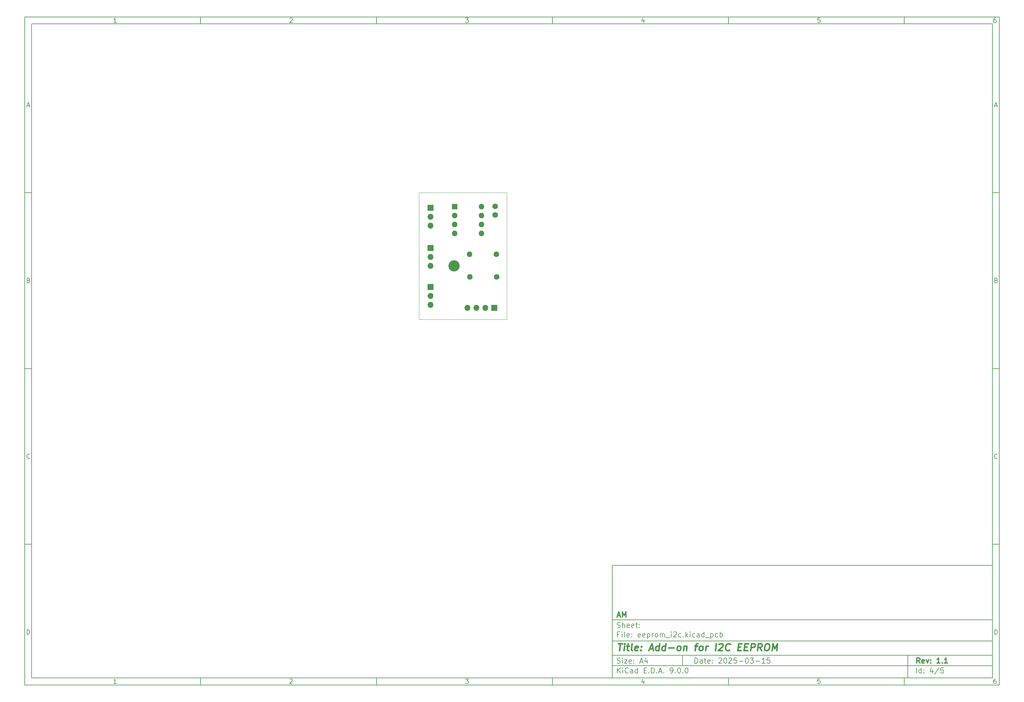
<source format=gbr>
G04 #@! TF.GenerationSoftware,KiCad,Pcbnew,9.0.0*
G04 #@! TF.CreationDate,2025-03-16T17:28:05+01:00*
G04 #@! TF.ProjectId,eeprom_i2c,65657072-6f6d-45f6-9932-632e6b696361,1.1*
G04 #@! TF.SameCoordinates,PX7459280PY5b8d800*
G04 #@! TF.FileFunction,Soldermask,Top*
G04 #@! TF.FilePolarity,Negative*
%FSLAX46Y46*%
G04 Gerber Fmt 4.6, Leading zero omitted, Abs format (unit mm)*
G04 Created by KiCad (PCBNEW 9.0.0) date 2025-03-16 17:28:05*
%MOMM*%
%LPD*%
G01*
G04 APERTURE LIST*
%ADD10C,0.100000*%
%ADD11C,0.150000*%
%ADD12C,0.300000*%
%ADD13C,0.400000*%
%ADD14C,1.600000*%
%ADD15O,1.600000X1.600000*%
%ADD16R,1.700000X1.700000*%
%ADD17O,1.700000X1.700000*%
%ADD18C,3.200000*%
%ADD19R,1.600000X1.600000*%
G04 #@! TA.AperFunction,Profile*
%ADD20C,0.050000*%
G04 #@! TD*
G04 APERTURE END LIST*
D10*
D11*
X55002200Y-70007200D02*
X163002200Y-70007200D01*
X163002200Y-102007200D01*
X55002200Y-102007200D01*
X55002200Y-70007200D01*
D10*
D11*
X-112000000Y86000000D02*
X165002200Y86000000D01*
X165002200Y-104007200D01*
X-112000000Y-104007200D01*
X-112000000Y86000000D01*
D10*
D11*
X-110000000Y84000000D02*
X163002200Y84000000D01*
X163002200Y-102007200D01*
X-110000000Y-102007200D01*
X-110000000Y84000000D01*
D10*
D11*
X-62000000Y84000000D02*
X-62000000Y86000000D01*
D10*
D11*
X-12000000Y84000000D02*
X-12000000Y86000000D01*
D10*
D11*
X38000000Y84000000D02*
X38000000Y86000000D01*
D10*
D11*
X88000000Y84000000D02*
X88000000Y86000000D01*
D10*
D11*
X138000000Y84000000D02*
X138000000Y86000000D01*
D10*
D11*
X-85910840Y84406396D02*
X-86653697Y84406396D01*
X-86282269Y84406396D02*
X-86282269Y85706396D01*
X-86282269Y85706396D02*
X-86406078Y85520681D01*
X-86406078Y85520681D02*
X-86529888Y85396872D01*
X-86529888Y85396872D02*
X-86653697Y85334967D01*
D10*
D11*
X-36653697Y85582586D02*
X-36591793Y85644491D01*
X-36591793Y85644491D02*
X-36467983Y85706396D01*
X-36467983Y85706396D02*
X-36158459Y85706396D01*
X-36158459Y85706396D02*
X-36034650Y85644491D01*
X-36034650Y85644491D02*
X-35972745Y85582586D01*
X-35972745Y85582586D02*
X-35910840Y85458777D01*
X-35910840Y85458777D02*
X-35910840Y85334967D01*
X-35910840Y85334967D02*
X-35972745Y85149253D01*
X-35972745Y85149253D02*
X-36715602Y84406396D01*
X-36715602Y84406396D02*
X-35910840Y84406396D01*
D10*
D11*
X13284398Y85706396D02*
X14089160Y85706396D01*
X14089160Y85706396D02*
X13655826Y85211158D01*
X13655826Y85211158D02*
X13841541Y85211158D01*
X13841541Y85211158D02*
X13965350Y85149253D01*
X13965350Y85149253D02*
X14027255Y85087348D01*
X14027255Y85087348D02*
X14089160Y84963539D01*
X14089160Y84963539D02*
X14089160Y84654015D01*
X14089160Y84654015D02*
X14027255Y84530205D01*
X14027255Y84530205D02*
X13965350Y84468300D01*
X13965350Y84468300D02*
X13841541Y84406396D01*
X13841541Y84406396D02*
X13470112Y84406396D01*
X13470112Y84406396D02*
X13346303Y84468300D01*
X13346303Y84468300D02*
X13284398Y84530205D01*
D10*
D11*
X63965350Y85273062D02*
X63965350Y84406396D01*
X63655826Y85768300D02*
X63346303Y84839729D01*
X63346303Y84839729D02*
X64151064Y84839729D01*
D10*
D11*
X114027255Y85706396D02*
X113408207Y85706396D01*
X113408207Y85706396D02*
X113346303Y85087348D01*
X113346303Y85087348D02*
X113408207Y85149253D01*
X113408207Y85149253D02*
X113532017Y85211158D01*
X113532017Y85211158D02*
X113841541Y85211158D01*
X113841541Y85211158D02*
X113965350Y85149253D01*
X113965350Y85149253D02*
X114027255Y85087348D01*
X114027255Y85087348D02*
X114089160Y84963539D01*
X114089160Y84963539D02*
X114089160Y84654015D01*
X114089160Y84654015D02*
X114027255Y84530205D01*
X114027255Y84530205D02*
X113965350Y84468300D01*
X113965350Y84468300D02*
X113841541Y84406396D01*
X113841541Y84406396D02*
X113532017Y84406396D01*
X113532017Y84406396D02*
X113408207Y84468300D01*
X113408207Y84468300D02*
X113346303Y84530205D01*
D10*
D11*
X163965350Y85706396D02*
X163717731Y85706396D01*
X163717731Y85706396D02*
X163593922Y85644491D01*
X163593922Y85644491D02*
X163532017Y85582586D01*
X163532017Y85582586D02*
X163408207Y85396872D01*
X163408207Y85396872D02*
X163346303Y85149253D01*
X163346303Y85149253D02*
X163346303Y84654015D01*
X163346303Y84654015D02*
X163408207Y84530205D01*
X163408207Y84530205D02*
X163470112Y84468300D01*
X163470112Y84468300D02*
X163593922Y84406396D01*
X163593922Y84406396D02*
X163841541Y84406396D01*
X163841541Y84406396D02*
X163965350Y84468300D01*
X163965350Y84468300D02*
X164027255Y84530205D01*
X164027255Y84530205D02*
X164089160Y84654015D01*
X164089160Y84654015D02*
X164089160Y84963539D01*
X164089160Y84963539D02*
X164027255Y85087348D01*
X164027255Y85087348D02*
X163965350Y85149253D01*
X163965350Y85149253D02*
X163841541Y85211158D01*
X163841541Y85211158D02*
X163593922Y85211158D01*
X163593922Y85211158D02*
X163470112Y85149253D01*
X163470112Y85149253D02*
X163408207Y85087348D01*
X163408207Y85087348D02*
X163346303Y84963539D01*
D10*
D11*
X-62000000Y-102007200D02*
X-62000000Y-104007200D01*
D10*
D11*
X-12000000Y-102007200D02*
X-12000000Y-104007200D01*
D10*
D11*
X38000000Y-102007200D02*
X38000000Y-104007200D01*
D10*
D11*
X88000000Y-102007200D02*
X88000000Y-104007200D01*
D10*
D11*
X138000000Y-102007200D02*
X138000000Y-104007200D01*
D10*
D11*
X-85910840Y-103600804D02*
X-86653697Y-103600804D01*
X-86282269Y-103600804D02*
X-86282269Y-102300804D01*
X-86282269Y-102300804D02*
X-86406078Y-102486519D01*
X-86406078Y-102486519D02*
X-86529888Y-102610328D01*
X-86529888Y-102610328D02*
X-86653697Y-102672233D01*
D10*
D11*
X-36653697Y-102424614D02*
X-36591793Y-102362709D01*
X-36591793Y-102362709D02*
X-36467983Y-102300804D01*
X-36467983Y-102300804D02*
X-36158459Y-102300804D01*
X-36158459Y-102300804D02*
X-36034650Y-102362709D01*
X-36034650Y-102362709D02*
X-35972745Y-102424614D01*
X-35972745Y-102424614D02*
X-35910840Y-102548423D01*
X-35910840Y-102548423D02*
X-35910840Y-102672233D01*
X-35910840Y-102672233D02*
X-35972745Y-102857947D01*
X-35972745Y-102857947D02*
X-36715602Y-103600804D01*
X-36715602Y-103600804D02*
X-35910840Y-103600804D01*
D10*
D11*
X13284398Y-102300804D02*
X14089160Y-102300804D01*
X14089160Y-102300804D02*
X13655826Y-102796042D01*
X13655826Y-102796042D02*
X13841541Y-102796042D01*
X13841541Y-102796042D02*
X13965350Y-102857947D01*
X13965350Y-102857947D02*
X14027255Y-102919852D01*
X14027255Y-102919852D02*
X14089160Y-103043661D01*
X14089160Y-103043661D02*
X14089160Y-103353185D01*
X14089160Y-103353185D02*
X14027255Y-103476995D01*
X14027255Y-103476995D02*
X13965350Y-103538900D01*
X13965350Y-103538900D02*
X13841541Y-103600804D01*
X13841541Y-103600804D02*
X13470112Y-103600804D01*
X13470112Y-103600804D02*
X13346303Y-103538900D01*
X13346303Y-103538900D02*
X13284398Y-103476995D01*
D10*
D11*
X63965350Y-102734138D02*
X63965350Y-103600804D01*
X63655826Y-102238900D02*
X63346303Y-103167471D01*
X63346303Y-103167471D02*
X64151064Y-103167471D01*
D10*
D11*
X114027255Y-102300804D02*
X113408207Y-102300804D01*
X113408207Y-102300804D02*
X113346303Y-102919852D01*
X113346303Y-102919852D02*
X113408207Y-102857947D01*
X113408207Y-102857947D02*
X113532017Y-102796042D01*
X113532017Y-102796042D02*
X113841541Y-102796042D01*
X113841541Y-102796042D02*
X113965350Y-102857947D01*
X113965350Y-102857947D02*
X114027255Y-102919852D01*
X114027255Y-102919852D02*
X114089160Y-103043661D01*
X114089160Y-103043661D02*
X114089160Y-103353185D01*
X114089160Y-103353185D02*
X114027255Y-103476995D01*
X114027255Y-103476995D02*
X113965350Y-103538900D01*
X113965350Y-103538900D02*
X113841541Y-103600804D01*
X113841541Y-103600804D02*
X113532017Y-103600804D01*
X113532017Y-103600804D02*
X113408207Y-103538900D01*
X113408207Y-103538900D02*
X113346303Y-103476995D01*
D10*
D11*
X163965350Y-102300804D02*
X163717731Y-102300804D01*
X163717731Y-102300804D02*
X163593922Y-102362709D01*
X163593922Y-102362709D02*
X163532017Y-102424614D01*
X163532017Y-102424614D02*
X163408207Y-102610328D01*
X163408207Y-102610328D02*
X163346303Y-102857947D01*
X163346303Y-102857947D02*
X163346303Y-103353185D01*
X163346303Y-103353185D02*
X163408207Y-103476995D01*
X163408207Y-103476995D02*
X163470112Y-103538900D01*
X163470112Y-103538900D02*
X163593922Y-103600804D01*
X163593922Y-103600804D02*
X163841541Y-103600804D01*
X163841541Y-103600804D02*
X163965350Y-103538900D01*
X163965350Y-103538900D02*
X164027255Y-103476995D01*
X164027255Y-103476995D02*
X164089160Y-103353185D01*
X164089160Y-103353185D02*
X164089160Y-103043661D01*
X164089160Y-103043661D02*
X164027255Y-102919852D01*
X164027255Y-102919852D02*
X163965350Y-102857947D01*
X163965350Y-102857947D02*
X163841541Y-102796042D01*
X163841541Y-102796042D02*
X163593922Y-102796042D01*
X163593922Y-102796042D02*
X163470112Y-102857947D01*
X163470112Y-102857947D02*
X163408207Y-102919852D01*
X163408207Y-102919852D02*
X163346303Y-103043661D01*
D10*
D11*
X-112000000Y36000000D02*
X-110000000Y36000000D01*
D10*
D11*
X-112000000Y-14000000D02*
X-110000000Y-14000000D01*
D10*
D11*
X-112000000Y-64000000D02*
X-110000000Y-64000000D01*
D10*
D11*
X-111309524Y60777824D02*
X-110690477Y60777824D01*
X-111433334Y60406396D02*
X-111000001Y61706396D01*
X-111000001Y61706396D02*
X-110566667Y60406396D01*
D10*
D11*
X-110907143Y11087348D02*
X-110721429Y11025443D01*
X-110721429Y11025443D02*
X-110659524Y10963539D01*
X-110659524Y10963539D02*
X-110597620Y10839729D01*
X-110597620Y10839729D02*
X-110597620Y10654015D01*
X-110597620Y10654015D02*
X-110659524Y10530205D01*
X-110659524Y10530205D02*
X-110721429Y10468300D01*
X-110721429Y10468300D02*
X-110845239Y10406396D01*
X-110845239Y10406396D02*
X-111340477Y10406396D01*
X-111340477Y10406396D02*
X-111340477Y11706396D01*
X-111340477Y11706396D02*
X-110907143Y11706396D01*
X-110907143Y11706396D02*
X-110783334Y11644491D01*
X-110783334Y11644491D02*
X-110721429Y11582586D01*
X-110721429Y11582586D02*
X-110659524Y11458777D01*
X-110659524Y11458777D02*
X-110659524Y11334967D01*
X-110659524Y11334967D02*
X-110721429Y11211158D01*
X-110721429Y11211158D02*
X-110783334Y11149253D01*
X-110783334Y11149253D02*
X-110907143Y11087348D01*
X-110907143Y11087348D02*
X-111340477Y11087348D01*
D10*
D11*
X-110597620Y-39469795D02*
X-110659524Y-39531700D01*
X-110659524Y-39531700D02*
X-110845239Y-39593604D01*
X-110845239Y-39593604D02*
X-110969048Y-39593604D01*
X-110969048Y-39593604D02*
X-111154762Y-39531700D01*
X-111154762Y-39531700D02*
X-111278572Y-39407890D01*
X-111278572Y-39407890D02*
X-111340477Y-39284080D01*
X-111340477Y-39284080D02*
X-111402381Y-39036461D01*
X-111402381Y-39036461D02*
X-111402381Y-38850747D01*
X-111402381Y-38850747D02*
X-111340477Y-38603128D01*
X-111340477Y-38603128D02*
X-111278572Y-38479319D01*
X-111278572Y-38479319D02*
X-111154762Y-38355509D01*
X-111154762Y-38355509D02*
X-110969048Y-38293604D01*
X-110969048Y-38293604D02*
X-110845239Y-38293604D01*
X-110845239Y-38293604D02*
X-110659524Y-38355509D01*
X-110659524Y-38355509D02*
X-110597620Y-38417414D01*
D10*
D11*
X-111340477Y-89593604D02*
X-111340477Y-88293604D01*
X-111340477Y-88293604D02*
X-111030953Y-88293604D01*
X-111030953Y-88293604D02*
X-110845239Y-88355509D01*
X-110845239Y-88355509D02*
X-110721429Y-88479319D01*
X-110721429Y-88479319D02*
X-110659524Y-88603128D01*
X-110659524Y-88603128D02*
X-110597620Y-88850747D01*
X-110597620Y-88850747D02*
X-110597620Y-89036461D01*
X-110597620Y-89036461D02*
X-110659524Y-89284080D01*
X-110659524Y-89284080D02*
X-110721429Y-89407890D01*
X-110721429Y-89407890D02*
X-110845239Y-89531700D01*
X-110845239Y-89531700D02*
X-111030953Y-89593604D01*
X-111030953Y-89593604D02*
X-111340477Y-89593604D01*
D10*
D11*
X165002200Y36000000D02*
X163002200Y36000000D01*
D10*
D11*
X165002200Y-14000000D02*
X163002200Y-14000000D01*
D10*
D11*
X165002200Y-64000000D02*
X163002200Y-64000000D01*
D10*
D11*
X163692676Y60777824D02*
X164311723Y60777824D01*
X163568866Y60406396D02*
X164002199Y61706396D01*
X164002199Y61706396D02*
X164435533Y60406396D01*
D10*
D11*
X164095057Y11087348D02*
X164280771Y11025443D01*
X164280771Y11025443D02*
X164342676Y10963539D01*
X164342676Y10963539D02*
X164404580Y10839729D01*
X164404580Y10839729D02*
X164404580Y10654015D01*
X164404580Y10654015D02*
X164342676Y10530205D01*
X164342676Y10530205D02*
X164280771Y10468300D01*
X164280771Y10468300D02*
X164156961Y10406396D01*
X164156961Y10406396D02*
X163661723Y10406396D01*
X163661723Y10406396D02*
X163661723Y11706396D01*
X163661723Y11706396D02*
X164095057Y11706396D01*
X164095057Y11706396D02*
X164218866Y11644491D01*
X164218866Y11644491D02*
X164280771Y11582586D01*
X164280771Y11582586D02*
X164342676Y11458777D01*
X164342676Y11458777D02*
X164342676Y11334967D01*
X164342676Y11334967D02*
X164280771Y11211158D01*
X164280771Y11211158D02*
X164218866Y11149253D01*
X164218866Y11149253D02*
X164095057Y11087348D01*
X164095057Y11087348D02*
X163661723Y11087348D01*
D10*
D11*
X164404580Y-39469795D02*
X164342676Y-39531700D01*
X164342676Y-39531700D02*
X164156961Y-39593604D01*
X164156961Y-39593604D02*
X164033152Y-39593604D01*
X164033152Y-39593604D02*
X163847438Y-39531700D01*
X163847438Y-39531700D02*
X163723628Y-39407890D01*
X163723628Y-39407890D02*
X163661723Y-39284080D01*
X163661723Y-39284080D02*
X163599819Y-39036461D01*
X163599819Y-39036461D02*
X163599819Y-38850747D01*
X163599819Y-38850747D02*
X163661723Y-38603128D01*
X163661723Y-38603128D02*
X163723628Y-38479319D01*
X163723628Y-38479319D02*
X163847438Y-38355509D01*
X163847438Y-38355509D02*
X164033152Y-38293604D01*
X164033152Y-38293604D02*
X164156961Y-38293604D01*
X164156961Y-38293604D02*
X164342676Y-38355509D01*
X164342676Y-38355509D02*
X164404580Y-38417414D01*
D10*
D11*
X163661723Y-89593604D02*
X163661723Y-88293604D01*
X163661723Y-88293604D02*
X163971247Y-88293604D01*
X163971247Y-88293604D02*
X164156961Y-88355509D01*
X164156961Y-88355509D02*
X164280771Y-88479319D01*
X164280771Y-88479319D02*
X164342676Y-88603128D01*
X164342676Y-88603128D02*
X164404580Y-88850747D01*
X164404580Y-88850747D02*
X164404580Y-89036461D01*
X164404580Y-89036461D02*
X164342676Y-89284080D01*
X164342676Y-89284080D02*
X164280771Y-89407890D01*
X164280771Y-89407890D02*
X164156961Y-89531700D01*
X164156961Y-89531700D02*
X163971247Y-89593604D01*
X163971247Y-89593604D02*
X163661723Y-89593604D01*
D10*
D11*
X78458026Y-97793328D02*
X78458026Y-96293328D01*
X78458026Y-96293328D02*
X78815169Y-96293328D01*
X78815169Y-96293328D02*
X79029455Y-96364757D01*
X79029455Y-96364757D02*
X79172312Y-96507614D01*
X79172312Y-96507614D02*
X79243741Y-96650471D01*
X79243741Y-96650471D02*
X79315169Y-96936185D01*
X79315169Y-96936185D02*
X79315169Y-97150471D01*
X79315169Y-97150471D02*
X79243741Y-97436185D01*
X79243741Y-97436185D02*
X79172312Y-97579042D01*
X79172312Y-97579042D02*
X79029455Y-97721900D01*
X79029455Y-97721900D02*
X78815169Y-97793328D01*
X78815169Y-97793328D02*
X78458026Y-97793328D01*
X80600884Y-97793328D02*
X80600884Y-97007614D01*
X80600884Y-97007614D02*
X80529455Y-96864757D01*
X80529455Y-96864757D02*
X80386598Y-96793328D01*
X80386598Y-96793328D02*
X80100884Y-96793328D01*
X80100884Y-96793328D02*
X79958026Y-96864757D01*
X80600884Y-97721900D02*
X80458026Y-97793328D01*
X80458026Y-97793328D02*
X80100884Y-97793328D01*
X80100884Y-97793328D02*
X79958026Y-97721900D01*
X79958026Y-97721900D02*
X79886598Y-97579042D01*
X79886598Y-97579042D02*
X79886598Y-97436185D01*
X79886598Y-97436185D02*
X79958026Y-97293328D01*
X79958026Y-97293328D02*
X80100884Y-97221900D01*
X80100884Y-97221900D02*
X80458026Y-97221900D01*
X80458026Y-97221900D02*
X80600884Y-97150471D01*
X81100884Y-96793328D02*
X81672312Y-96793328D01*
X81315169Y-96293328D02*
X81315169Y-97579042D01*
X81315169Y-97579042D02*
X81386598Y-97721900D01*
X81386598Y-97721900D02*
X81529455Y-97793328D01*
X81529455Y-97793328D02*
X81672312Y-97793328D01*
X82743741Y-97721900D02*
X82600884Y-97793328D01*
X82600884Y-97793328D02*
X82315170Y-97793328D01*
X82315170Y-97793328D02*
X82172312Y-97721900D01*
X82172312Y-97721900D02*
X82100884Y-97579042D01*
X82100884Y-97579042D02*
X82100884Y-97007614D01*
X82100884Y-97007614D02*
X82172312Y-96864757D01*
X82172312Y-96864757D02*
X82315170Y-96793328D01*
X82315170Y-96793328D02*
X82600884Y-96793328D01*
X82600884Y-96793328D02*
X82743741Y-96864757D01*
X82743741Y-96864757D02*
X82815170Y-97007614D01*
X82815170Y-97007614D02*
X82815170Y-97150471D01*
X82815170Y-97150471D02*
X82100884Y-97293328D01*
X83458026Y-97650471D02*
X83529455Y-97721900D01*
X83529455Y-97721900D02*
X83458026Y-97793328D01*
X83458026Y-97793328D02*
X83386598Y-97721900D01*
X83386598Y-97721900D02*
X83458026Y-97650471D01*
X83458026Y-97650471D02*
X83458026Y-97793328D01*
X83458026Y-96864757D02*
X83529455Y-96936185D01*
X83529455Y-96936185D02*
X83458026Y-97007614D01*
X83458026Y-97007614D02*
X83386598Y-96936185D01*
X83386598Y-96936185D02*
X83458026Y-96864757D01*
X83458026Y-96864757D02*
X83458026Y-97007614D01*
X85243741Y-96436185D02*
X85315169Y-96364757D01*
X85315169Y-96364757D02*
X85458027Y-96293328D01*
X85458027Y-96293328D02*
X85815169Y-96293328D01*
X85815169Y-96293328D02*
X85958027Y-96364757D01*
X85958027Y-96364757D02*
X86029455Y-96436185D01*
X86029455Y-96436185D02*
X86100884Y-96579042D01*
X86100884Y-96579042D02*
X86100884Y-96721900D01*
X86100884Y-96721900D02*
X86029455Y-96936185D01*
X86029455Y-96936185D02*
X85172312Y-97793328D01*
X85172312Y-97793328D02*
X86100884Y-97793328D01*
X87029455Y-96293328D02*
X87172312Y-96293328D01*
X87172312Y-96293328D02*
X87315169Y-96364757D01*
X87315169Y-96364757D02*
X87386598Y-96436185D01*
X87386598Y-96436185D02*
X87458026Y-96579042D01*
X87458026Y-96579042D02*
X87529455Y-96864757D01*
X87529455Y-96864757D02*
X87529455Y-97221900D01*
X87529455Y-97221900D02*
X87458026Y-97507614D01*
X87458026Y-97507614D02*
X87386598Y-97650471D01*
X87386598Y-97650471D02*
X87315169Y-97721900D01*
X87315169Y-97721900D02*
X87172312Y-97793328D01*
X87172312Y-97793328D02*
X87029455Y-97793328D01*
X87029455Y-97793328D02*
X86886598Y-97721900D01*
X86886598Y-97721900D02*
X86815169Y-97650471D01*
X86815169Y-97650471D02*
X86743740Y-97507614D01*
X86743740Y-97507614D02*
X86672312Y-97221900D01*
X86672312Y-97221900D02*
X86672312Y-96864757D01*
X86672312Y-96864757D02*
X86743740Y-96579042D01*
X86743740Y-96579042D02*
X86815169Y-96436185D01*
X86815169Y-96436185D02*
X86886598Y-96364757D01*
X86886598Y-96364757D02*
X87029455Y-96293328D01*
X88100883Y-96436185D02*
X88172311Y-96364757D01*
X88172311Y-96364757D02*
X88315169Y-96293328D01*
X88315169Y-96293328D02*
X88672311Y-96293328D01*
X88672311Y-96293328D02*
X88815169Y-96364757D01*
X88815169Y-96364757D02*
X88886597Y-96436185D01*
X88886597Y-96436185D02*
X88958026Y-96579042D01*
X88958026Y-96579042D02*
X88958026Y-96721900D01*
X88958026Y-96721900D02*
X88886597Y-96936185D01*
X88886597Y-96936185D02*
X88029454Y-97793328D01*
X88029454Y-97793328D02*
X88958026Y-97793328D01*
X90315168Y-96293328D02*
X89600882Y-96293328D01*
X89600882Y-96293328D02*
X89529454Y-97007614D01*
X89529454Y-97007614D02*
X89600882Y-96936185D01*
X89600882Y-96936185D02*
X89743740Y-96864757D01*
X89743740Y-96864757D02*
X90100882Y-96864757D01*
X90100882Y-96864757D02*
X90243740Y-96936185D01*
X90243740Y-96936185D02*
X90315168Y-97007614D01*
X90315168Y-97007614D02*
X90386597Y-97150471D01*
X90386597Y-97150471D02*
X90386597Y-97507614D01*
X90386597Y-97507614D02*
X90315168Y-97650471D01*
X90315168Y-97650471D02*
X90243740Y-97721900D01*
X90243740Y-97721900D02*
X90100882Y-97793328D01*
X90100882Y-97793328D02*
X89743740Y-97793328D01*
X89743740Y-97793328D02*
X89600882Y-97721900D01*
X89600882Y-97721900D02*
X89529454Y-97650471D01*
X91029453Y-97221900D02*
X92172311Y-97221900D01*
X93172311Y-96293328D02*
X93315168Y-96293328D01*
X93315168Y-96293328D02*
X93458025Y-96364757D01*
X93458025Y-96364757D02*
X93529454Y-96436185D01*
X93529454Y-96436185D02*
X93600882Y-96579042D01*
X93600882Y-96579042D02*
X93672311Y-96864757D01*
X93672311Y-96864757D02*
X93672311Y-97221900D01*
X93672311Y-97221900D02*
X93600882Y-97507614D01*
X93600882Y-97507614D02*
X93529454Y-97650471D01*
X93529454Y-97650471D02*
X93458025Y-97721900D01*
X93458025Y-97721900D02*
X93315168Y-97793328D01*
X93315168Y-97793328D02*
X93172311Y-97793328D01*
X93172311Y-97793328D02*
X93029454Y-97721900D01*
X93029454Y-97721900D02*
X92958025Y-97650471D01*
X92958025Y-97650471D02*
X92886596Y-97507614D01*
X92886596Y-97507614D02*
X92815168Y-97221900D01*
X92815168Y-97221900D02*
X92815168Y-96864757D01*
X92815168Y-96864757D02*
X92886596Y-96579042D01*
X92886596Y-96579042D02*
X92958025Y-96436185D01*
X92958025Y-96436185D02*
X93029454Y-96364757D01*
X93029454Y-96364757D02*
X93172311Y-96293328D01*
X94172310Y-96293328D02*
X95100882Y-96293328D01*
X95100882Y-96293328D02*
X94600882Y-96864757D01*
X94600882Y-96864757D02*
X94815167Y-96864757D01*
X94815167Y-96864757D02*
X94958025Y-96936185D01*
X94958025Y-96936185D02*
X95029453Y-97007614D01*
X95029453Y-97007614D02*
X95100882Y-97150471D01*
X95100882Y-97150471D02*
X95100882Y-97507614D01*
X95100882Y-97507614D02*
X95029453Y-97650471D01*
X95029453Y-97650471D02*
X94958025Y-97721900D01*
X94958025Y-97721900D02*
X94815167Y-97793328D01*
X94815167Y-97793328D02*
X94386596Y-97793328D01*
X94386596Y-97793328D02*
X94243739Y-97721900D01*
X94243739Y-97721900D02*
X94172310Y-97650471D01*
X95743738Y-97221900D02*
X96886596Y-97221900D01*
X98386596Y-97793328D02*
X97529453Y-97793328D01*
X97958024Y-97793328D02*
X97958024Y-96293328D01*
X97958024Y-96293328D02*
X97815167Y-96507614D01*
X97815167Y-96507614D02*
X97672310Y-96650471D01*
X97672310Y-96650471D02*
X97529453Y-96721900D01*
X99743738Y-96293328D02*
X99029452Y-96293328D01*
X99029452Y-96293328D02*
X98958024Y-97007614D01*
X98958024Y-97007614D02*
X99029452Y-96936185D01*
X99029452Y-96936185D02*
X99172310Y-96864757D01*
X99172310Y-96864757D02*
X99529452Y-96864757D01*
X99529452Y-96864757D02*
X99672310Y-96936185D01*
X99672310Y-96936185D02*
X99743738Y-97007614D01*
X99743738Y-97007614D02*
X99815167Y-97150471D01*
X99815167Y-97150471D02*
X99815167Y-97507614D01*
X99815167Y-97507614D02*
X99743738Y-97650471D01*
X99743738Y-97650471D02*
X99672310Y-97721900D01*
X99672310Y-97721900D02*
X99529452Y-97793328D01*
X99529452Y-97793328D02*
X99172310Y-97793328D01*
X99172310Y-97793328D02*
X99029452Y-97721900D01*
X99029452Y-97721900D02*
X98958024Y-97650471D01*
D10*
D11*
X55002200Y-98507200D02*
X163002200Y-98507200D01*
D10*
D11*
X56458026Y-100593328D02*
X56458026Y-99093328D01*
X57315169Y-100593328D02*
X56672312Y-99736185D01*
X57315169Y-99093328D02*
X56458026Y-99950471D01*
X57958026Y-100593328D02*
X57958026Y-99593328D01*
X57958026Y-99093328D02*
X57886598Y-99164757D01*
X57886598Y-99164757D02*
X57958026Y-99236185D01*
X57958026Y-99236185D02*
X58029455Y-99164757D01*
X58029455Y-99164757D02*
X57958026Y-99093328D01*
X57958026Y-99093328D02*
X57958026Y-99236185D01*
X59529455Y-100450471D02*
X59458027Y-100521900D01*
X59458027Y-100521900D02*
X59243741Y-100593328D01*
X59243741Y-100593328D02*
X59100884Y-100593328D01*
X59100884Y-100593328D02*
X58886598Y-100521900D01*
X58886598Y-100521900D02*
X58743741Y-100379042D01*
X58743741Y-100379042D02*
X58672312Y-100236185D01*
X58672312Y-100236185D02*
X58600884Y-99950471D01*
X58600884Y-99950471D02*
X58600884Y-99736185D01*
X58600884Y-99736185D02*
X58672312Y-99450471D01*
X58672312Y-99450471D02*
X58743741Y-99307614D01*
X58743741Y-99307614D02*
X58886598Y-99164757D01*
X58886598Y-99164757D02*
X59100884Y-99093328D01*
X59100884Y-99093328D02*
X59243741Y-99093328D01*
X59243741Y-99093328D02*
X59458027Y-99164757D01*
X59458027Y-99164757D02*
X59529455Y-99236185D01*
X60815170Y-100593328D02*
X60815170Y-99807614D01*
X60815170Y-99807614D02*
X60743741Y-99664757D01*
X60743741Y-99664757D02*
X60600884Y-99593328D01*
X60600884Y-99593328D02*
X60315170Y-99593328D01*
X60315170Y-99593328D02*
X60172312Y-99664757D01*
X60815170Y-100521900D02*
X60672312Y-100593328D01*
X60672312Y-100593328D02*
X60315170Y-100593328D01*
X60315170Y-100593328D02*
X60172312Y-100521900D01*
X60172312Y-100521900D02*
X60100884Y-100379042D01*
X60100884Y-100379042D02*
X60100884Y-100236185D01*
X60100884Y-100236185D02*
X60172312Y-100093328D01*
X60172312Y-100093328D02*
X60315170Y-100021900D01*
X60315170Y-100021900D02*
X60672312Y-100021900D01*
X60672312Y-100021900D02*
X60815170Y-99950471D01*
X62172313Y-100593328D02*
X62172313Y-99093328D01*
X62172313Y-100521900D02*
X62029455Y-100593328D01*
X62029455Y-100593328D02*
X61743741Y-100593328D01*
X61743741Y-100593328D02*
X61600884Y-100521900D01*
X61600884Y-100521900D02*
X61529455Y-100450471D01*
X61529455Y-100450471D02*
X61458027Y-100307614D01*
X61458027Y-100307614D02*
X61458027Y-99879042D01*
X61458027Y-99879042D02*
X61529455Y-99736185D01*
X61529455Y-99736185D02*
X61600884Y-99664757D01*
X61600884Y-99664757D02*
X61743741Y-99593328D01*
X61743741Y-99593328D02*
X62029455Y-99593328D01*
X62029455Y-99593328D02*
X62172313Y-99664757D01*
X64029455Y-99807614D02*
X64529455Y-99807614D01*
X64743741Y-100593328D02*
X64029455Y-100593328D01*
X64029455Y-100593328D02*
X64029455Y-99093328D01*
X64029455Y-99093328D02*
X64743741Y-99093328D01*
X65386598Y-100450471D02*
X65458027Y-100521900D01*
X65458027Y-100521900D02*
X65386598Y-100593328D01*
X65386598Y-100593328D02*
X65315170Y-100521900D01*
X65315170Y-100521900D02*
X65386598Y-100450471D01*
X65386598Y-100450471D02*
X65386598Y-100593328D01*
X66100884Y-100593328D02*
X66100884Y-99093328D01*
X66100884Y-99093328D02*
X66458027Y-99093328D01*
X66458027Y-99093328D02*
X66672313Y-99164757D01*
X66672313Y-99164757D02*
X66815170Y-99307614D01*
X66815170Y-99307614D02*
X66886599Y-99450471D01*
X66886599Y-99450471D02*
X66958027Y-99736185D01*
X66958027Y-99736185D02*
X66958027Y-99950471D01*
X66958027Y-99950471D02*
X66886599Y-100236185D01*
X66886599Y-100236185D02*
X66815170Y-100379042D01*
X66815170Y-100379042D02*
X66672313Y-100521900D01*
X66672313Y-100521900D02*
X66458027Y-100593328D01*
X66458027Y-100593328D02*
X66100884Y-100593328D01*
X67600884Y-100450471D02*
X67672313Y-100521900D01*
X67672313Y-100521900D02*
X67600884Y-100593328D01*
X67600884Y-100593328D02*
X67529456Y-100521900D01*
X67529456Y-100521900D02*
X67600884Y-100450471D01*
X67600884Y-100450471D02*
X67600884Y-100593328D01*
X68243742Y-100164757D02*
X68958028Y-100164757D01*
X68100885Y-100593328D02*
X68600885Y-99093328D01*
X68600885Y-99093328D02*
X69100885Y-100593328D01*
X69600884Y-100450471D02*
X69672313Y-100521900D01*
X69672313Y-100521900D02*
X69600884Y-100593328D01*
X69600884Y-100593328D02*
X69529456Y-100521900D01*
X69529456Y-100521900D02*
X69600884Y-100450471D01*
X69600884Y-100450471D02*
X69600884Y-100593328D01*
X71529456Y-100593328D02*
X71815170Y-100593328D01*
X71815170Y-100593328D02*
X71958027Y-100521900D01*
X71958027Y-100521900D02*
X72029456Y-100450471D01*
X72029456Y-100450471D02*
X72172313Y-100236185D01*
X72172313Y-100236185D02*
X72243742Y-99950471D01*
X72243742Y-99950471D02*
X72243742Y-99379042D01*
X72243742Y-99379042D02*
X72172313Y-99236185D01*
X72172313Y-99236185D02*
X72100885Y-99164757D01*
X72100885Y-99164757D02*
X71958027Y-99093328D01*
X71958027Y-99093328D02*
X71672313Y-99093328D01*
X71672313Y-99093328D02*
X71529456Y-99164757D01*
X71529456Y-99164757D02*
X71458027Y-99236185D01*
X71458027Y-99236185D02*
X71386599Y-99379042D01*
X71386599Y-99379042D02*
X71386599Y-99736185D01*
X71386599Y-99736185D02*
X71458027Y-99879042D01*
X71458027Y-99879042D02*
X71529456Y-99950471D01*
X71529456Y-99950471D02*
X71672313Y-100021900D01*
X71672313Y-100021900D02*
X71958027Y-100021900D01*
X71958027Y-100021900D02*
X72100885Y-99950471D01*
X72100885Y-99950471D02*
X72172313Y-99879042D01*
X72172313Y-99879042D02*
X72243742Y-99736185D01*
X72886598Y-100450471D02*
X72958027Y-100521900D01*
X72958027Y-100521900D02*
X72886598Y-100593328D01*
X72886598Y-100593328D02*
X72815170Y-100521900D01*
X72815170Y-100521900D02*
X72886598Y-100450471D01*
X72886598Y-100450471D02*
X72886598Y-100593328D01*
X73886599Y-99093328D02*
X74029456Y-99093328D01*
X74029456Y-99093328D02*
X74172313Y-99164757D01*
X74172313Y-99164757D02*
X74243742Y-99236185D01*
X74243742Y-99236185D02*
X74315170Y-99379042D01*
X74315170Y-99379042D02*
X74386599Y-99664757D01*
X74386599Y-99664757D02*
X74386599Y-100021900D01*
X74386599Y-100021900D02*
X74315170Y-100307614D01*
X74315170Y-100307614D02*
X74243742Y-100450471D01*
X74243742Y-100450471D02*
X74172313Y-100521900D01*
X74172313Y-100521900D02*
X74029456Y-100593328D01*
X74029456Y-100593328D02*
X73886599Y-100593328D01*
X73886599Y-100593328D02*
X73743742Y-100521900D01*
X73743742Y-100521900D02*
X73672313Y-100450471D01*
X73672313Y-100450471D02*
X73600884Y-100307614D01*
X73600884Y-100307614D02*
X73529456Y-100021900D01*
X73529456Y-100021900D02*
X73529456Y-99664757D01*
X73529456Y-99664757D02*
X73600884Y-99379042D01*
X73600884Y-99379042D02*
X73672313Y-99236185D01*
X73672313Y-99236185D02*
X73743742Y-99164757D01*
X73743742Y-99164757D02*
X73886599Y-99093328D01*
X75029455Y-100450471D02*
X75100884Y-100521900D01*
X75100884Y-100521900D02*
X75029455Y-100593328D01*
X75029455Y-100593328D02*
X74958027Y-100521900D01*
X74958027Y-100521900D02*
X75029455Y-100450471D01*
X75029455Y-100450471D02*
X75029455Y-100593328D01*
X76029456Y-99093328D02*
X76172313Y-99093328D01*
X76172313Y-99093328D02*
X76315170Y-99164757D01*
X76315170Y-99164757D02*
X76386599Y-99236185D01*
X76386599Y-99236185D02*
X76458027Y-99379042D01*
X76458027Y-99379042D02*
X76529456Y-99664757D01*
X76529456Y-99664757D02*
X76529456Y-100021900D01*
X76529456Y-100021900D02*
X76458027Y-100307614D01*
X76458027Y-100307614D02*
X76386599Y-100450471D01*
X76386599Y-100450471D02*
X76315170Y-100521900D01*
X76315170Y-100521900D02*
X76172313Y-100593328D01*
X76172313Y-100593328D02*
X76029456Y-100593328D01*
X76029456Y-100593328D02*
X75886599Y-100521900D01*
X75886599Y-100521900D02*
X75815170Y-100450471D01*
X75815170Y-100450471D02*
X75743741Y-100307614D01*
X75743741Y-100307614D02*
X75672313Y-100021900D01*
X75672313Y-100021900D02*
X75672313Y-99664757D01*
X75672313Y-99664757D02*
X75743741Y-99379042D01*
X75743741Y-99379042D02*
X75815170Y-99236185D01*
X75815170Y-99236185D02*
X75886599Y-99164757D01*
X75886599Y-99164757D02*
X76029456Y-99093328D01*
D10*
D11*
X55002200Y-95507200D02*
X163002200Y-95507200D01*
D10*
D12*
X142413853Y-97785528D02*
X141913853Y-97071242D01*
X141556710Y-97785528D02*
X141556710Y-96285528D01*
X141556710Y-96285528D02*
X142128139Y-96285528D01*
X142128139Y-96285528D02*
X142270996Y-96356957D01*
X142270996Y-96356957D02*
X142342425Y-96428385D01*
X142342425Y-96428385D02*
X142413853Y-96571242D01*
X142413853Y-96571242D02*
X142413853Y-96785528D01*
X142413853Y-96785528D02*
X142342425Y-96928385D01*
X142342425Y-96928385D02*
X142270996Y-96999814D01*
X142270996Y-96999814D02*
X142128139Y-97071242D01*
X142128139Y-97071242D02*
X141556710Y-97071242D01*
X143628139Y-97714100D02*
X143485282Y-97785528D01*
X143485282Y-97785528D02*
X143199568Y-97785528D01*
X143199568Y-97785528D02*
X143056710Y-97714100D01*
X143056710Y-97714100D02*
X142985282Y-97571242D01*
X142985282Y-97571242D02*
X142985282Y-96999814D01*
X142985282Y-96999814D02*
X143056710Y-96856957D01*
X143056710Y-96856957D02*
X143199568Y-96785528D01*
X143199568Y-96785528D02*
X143485282Y-96785528D01*
X143485282Y-96785528D02*
X143628139Y-96856957D01*
X143628139Y-96856957D02*
X143699568Y-96999814D01*
X143699568Y-96999814D02*
X143699568Y-97142671D01*
X143699568Y-97142671D02*
X142985282Y-97285528D01*
X144199567Y-96785528D02*
X144556710Y-97785528D01*
X144556710Y-97785528D02*
X144913853Y-96785528D01*
X145485281Y-97642671D02*
X145556710Y-97714100D01*
X145556710Y-97714100D02*
X145485281Y-97785528D01*
X145485281Y-97785528D02*
X145413853Y-97714100D01*
X145413853Y-97714100D02*
X145485281Y-97642671D01*
X145485281Y-97642671D02*
X145485281Y-97785528D01*
X145485281Y-96856957D02*
X145556710Y-96928385D01*
X145556710Y-96928385D02*
X145485281Y-96999814D01*
X145485281Y-96999814D02*
X145413853Y-96928385D01*
X145413853Y-96928385D02*
X145485281Y-96856957D01*
X145485281Y-96856957D02*
X145485281Y-96999814D01*
X148128139Y-97785528D02*
X147270996Y-97785528D01*
X147699567Y-97785528D02*
X147699567Y-96285528D01*
X147699567Y-96285528D02*
X147556710Y-96499814D01*
X147556710Y-96499814D02*
X147413853Y-96642671D01*
X147413853Y-96642671D02*
X147270996Y-96714100D01*
X148770995Y-97642671D02*
X148842424Y-97714100D01*
X148842424Y-97714100D02*
X148770995Y-97785528D01*
X148770995Y-97785528D02*
X148699567Y-97714100D01*
X148699567Y-97714100D02*
X148770995Y-97642671D01*
X148770995Y-97642671D02*
X148770995Y-97785528D01*
X150270996Y-97785528D02*
X149413853Y-97785528D01*
X149842424Y-97785528D02*
X149842424Y-96285528D01*
X149842424Y-96285528D02*
X149699567Y-96499814D01*
X149699567Y-96499814D02*
X149556710Y-96642671D01*
X149556710Y-96642671D02*
X149413853Y-96714100D01*
D10*
D11*
X56386598Y-97721900D02*
X56600884Y-97793328D01*
X56600884Y-97793328D02*
X56958026Y-97793328D01*
X56958026Y-97793328D02*
X57100884Y-97721900D01*
X57100884Y-97721900D02*
X57172312Y-97650471D01*
X57172312Y-97650471D02*
X57243741Y-97507614D01*
X57243741Y-97507614D02*
X57243741Y-97364757D01*
X57243741Y-97364757D02*
X57172312Y-97221900D01*
X57172312Y-97221900D02*
X57100884Y-97150471D01*
X57100884Y-97150471D02*
X56958026Y-97079042D01*
X56958026Y-97079042D02*
X56672312Y-97007614D01*
X56672312Y-97007614D02*
X56529455Y-96936185D01*
X56529455Y-96936185D02*
X56458026Y-96864757D01*
X56458026Y-96864757D02*
X56386598Y-96721900D01*
X56386598Y-96721900D02*
X56386598Y-96579042D01*
X56386598Y-96579042D02*
X56458026Y-96436185D01*
X56458026Y-96436185D02*
X56529455Y-96364757D01*
X56529455Y-96364757D02*
X56672312Y-96293328D01*
X56672312Y-96293328D02*
X57029455Y-96293328D01*
X57029455Y-96293328D02*
X57243741Y-96364757D01*
X57886597Y-97793328D02*
X57886597Y-96793328D01*
X57886597Y-96293328D02*
X57815169Y-96364757D01*
X57815169Y-96364757D02*
X57886597Y-96436185D01*
X57886597Y-96436185D02*
X57958026Y-96364757D01*
X57958026Y-96364757D02*
X57886597Y-96293328D01*
X57886597Y-96293328D02*
X57886597Y-96436185D01*
X58458026Y-96793328D02*
X59243741Y-96793328D01*
X59243741Y-96793328D02*
X58458026Y-97793328D01*
X58458026Y-97793328D02*
X59243741Y-97793328D01*
X60386598Y-97721900D02*
X60243741Y-97793328D01*
X60243741Y-97793328D02*
X59958027Y-97793328D01*
X59958027Y-97793328D02*
X59815169Y-97721900D01*
X59815169Y-97721900D02*
X59743741Y-97579042D01*
X59743741Y-97579042D02*
X59743741Y-97007614D01*
X59743741Y-97007614D02*
X59815169Y-96864757D01*
X59815169Y-96864757D02*
X59958027Y-96793328D01*
X59958027Y-96793328D02*
X60243741Y-96793328D01*
X60243741Y-96793328D02*
X60386598Y-96864757D01*
X60386598Y-96864757D02*
X60458027Y-97007614D01*
X60458027Y-97007614D02*
X60458027Y-97150471D01*
X60458027Y-97150471D02*
X59743741Y-97293328D01*
X61100883Y-97650471D02*
X61172312Y-97721900D01*
X61172312Y-97721900D02*
X61100883Y-97793328D01*
X61100883Y-97793328D02*
X61029455Y-97721900D01*
X61029455Y-97721900D02*
X61100883Y-97650471D01*
X61100883Y-97650471D02*
X61100883Y-97793328D01*
X61100883Y-96864757D02*
X61172312Y-96936185D01*
X61172312Y-96936185D02*
X61100883Y-97007614D01*
X61100883Y-97007614D02*
X61029455Y-96936185D01*
X61029455Y-96936185D02*
X61100883Y-96864757D01*
X61100883Y-96864757D02*
X61100883Y-97007614D01*
X62886598Y-97364757D02*
X63600884Y-97364757D01*
X62743741Y-97793328D02*
X63243741Y-96293328D01*
X63243741Y-96293328D02*
X63743741Y-97793328D01*
X64886598Y-96793328D02*
X64886598Y-97793328D01*
X64529455Y-96221900D02*
X64172312Y-97293328D01*
X64172312Y-97293328D02*
X65100883Y-97293328D01*
D10*
D11*
X141458026Y-100593328D02*
X141458026Y-99093328D01*
X142815170Y-100593328D02*
X142815170Y-99093328D01*
X142815170Y-100521900D02*
X142672312Y-100593328D01*
X142672312Y-100593328D02*
X142386598Y-100593328D01*
X142386598Y-100593328D02*
X142243741Y-100521900D01*
X142243741Y-100521900D02*
X142172312Y-100450471D01*
X142172312Y-100450471D02*
X142100884Y-100307614D01*
X142100884Y-100307614D02*
X142100884Y-99879042D01*
X142100884Y-99879042D02*
X142172312Y-99736185D01*
X142172312Y-99736185D02*
X142243741Y-99664757D01*
X142243741Y-99664757D02*
X142386598Y-99593328D01*
X142386598Y-99593328D02*
X142672312Y-99593328D01*
X142672312Y-99593328D02*
X142815170Y-99664757D01*
X143529455Y-100450471D02*
X143600884Y-100521900D01*
X143600884Y-100521900D02*
X143529455Y-100593328D01*
X143529455Y-100593328D02*
X143458027Y-100521900D01*
X143458027Y-100521900D02*
X143529455Y-100450471D01*
X143529455Y-100450471D02*
X143529455Y-100593328D01*
X143529455Y-99664757D02*
X143600884Y-99736185D01*
X143600884Y-99736185D02*
X143529455Y-99807614D01*
X143529455Y-99807614D02*
X143458027Y-99736185D01*
X143458027Y-99736185D02*
X143529455Y-99664757D01*
X143529455Y-99664757D02*
X143529455Y-99807614D01*
X146029456Y-99593328D02*
X146029456Y-100593328D01*
X145672313Y-99021900D02*
X145315170Y-100093328D01*
X145315170Y-100093328D02*
X146243741Y-100093328D01*
X147886598Y-99021900D02*
X146600884Y-100950471D01*
X149100884Y-99093328D02*
X148386598Y-99093328D01*
X148386598Y-99093328D02*
X148315170Y-99807614D01*
X148315170Y-99807614D02*
X148386598Y-99736185D01*
X148386598Y-99736185D02*
X148529456Y-99664757D01*
X148529456Y-99664757D02*
X148886598Y-99664757D01*
X148886598Y-99664757D02*
X149029456Y-99736185D01*
X149029456Y-99736185D02*
X149100884Y-99807614D01*
X149100884Y-99807614D02*
X149172313Y-99950471D01*
X149172313Y-99950471D02*
X149172313Y-100307614D01*
X149172313Y-100307614D02*
X149100884Y-100450471D01*
X149100884Y-100450471D02*
X149029456Y-100521900D01*
X149029456Y-100521900D02*
X148886598Y-100593328D01*
X148886598Y-100593328D02*
X148529456Y-100593328D01*
X148529456Y-100593328D02*
X148386598Y-100521900D01*
X148386598Y-100521900D02*
X148315170Y-100450471D01*
D10*
D11*
X55002200Y-91507200D02*
X163002200Y-91507200D01*
D10*
D13*
X56693928Y-92211638D02*
X57836785Y-92211638D01*
X57015357Y-94211638D02*
X57265357Y-92211638D01*
X58253452Y-94211638D02*
X58420119Y-92878304D01*
X58503452Y-92211638D02*
X58396309Y-92306876D01*
X58396309Y-92306876D02*
X58479643Y-92402114D01*
X58479643Y-92402114D02*
X58586786Y-92306876D01*
X58586786Y-92306876D02*
X58503452Y-92211638D01*
X58503452Y-92211638D02*
X58479643Y-92402114D01*
X59086786Y-92878304D02*
X59848690Y-92878304D01*
X59455833Y-92211638D02*
X59241548Y-93925923D01*
X59241548Y-93925923D02*
X59312976Y-94116400D01*
X59312976Y-94116400D02*
X59491548Y-94211638D01*
X59491548Y-94211638D02*
X59682024Y-94211638D01*
X60634405Y-94211638D02*
X60455833Y-94116400D01*
X60455833Y-94116400D02*
X60384405Y-93925923D01*
X60384405Y-93925923D02*
X60598690Y-92211638D01*
X62170119Y-94116400D02*
X61967738Y-94211638D01*
X61967738Y-94211638D02*
X61586785Y-94211638D01*
X61586785Y-94211638D02*
X61408214Y-94116400D01*
X61408214Y-94116400D02*
X61336785Y-93925923D01*
X61336785Y-93925923D02*
X61432024Y-93164019D01*
X61432024Y-93164019D02*
X61551071Y-92973542D01*
X61551071Y-92973542D02*
X61753452Y-92878304D01*
X61753452Y-92878304D02*
X62134404Y-92878304D01*
X62134404Y-92878304D02*
X62312976Y-92973542D01*
X62312976Y-92973542D02*
X62384404Y-93164019D01*
X62384404Y-93164019D02*
X62360595Y-93354495D01*
X62360595Y-93354495D02*
X61384404Y-93544971D01*
X63134405Y-94021161D02*
X63217738Y-94116400D01*
X63217738Y-94116400D02*
X63110595Y-94211638D01*
X63110595Y-94211638D02*
X63027262Y-94116400D01*
X63027262Y-94116400D02*
X63134405Y-94021161D01*
X63134405Y-94021161D02*
X63110595Y-94211638D01*
X63265357Y-92973542D02*
X63348690Y-93068780D01*
X63348690Y-93068780D02*
X63241548Y-93164019D01*
X63241548Y-93164019D02*
X63158214Y-93068780D01*
X63158214Y-93068780D02*
X63265357Y-92973542D01*
X63265357Y-92973542D02*
X63241548Y-93164019D01*
X65562977Y-93640209D02*
X66515358Y-93640209D01*
X65301072Y-94211638D02*
X66217739Y-92211638D01*
X66217739Y-92211638D02*
X66634405Y-94211638D01*
X68158215Y-94211638D02*
X68408215Y-92211638D01*
X68170120Y-94116400D02*
X67967739Y-94211638D01*
X67967739Y-94211638D02*
X67586787Y-94211638D01*
X67586787Y-94211638D02*
X67408215Y-94116400D01*
X67408215Y-94116400D02*
X67324882Y-94021161D01*
X67324882Y-94021161D02*
X67253453Y-93830685D01*
X67253453Y-93830685D02*
X67324882Y-93259257D01*
X67324882Y-93259257D02*
X67443929Y-93068780D01*
X67443929Y-93068780D02*
X67551072Y-92973542D01*
X67551072Y-92973542D02*
X67753453Y-92878304D01*
X67753453Y-92878304D02*
X68134406Y-92878304D01*
X68134406Y-92878304D02*
X68312977Y-92973542D01*
X69967739Y-94211638D02*
X70217739Y-92211638D01*
X69979644Y-94116400D02*
X69777263Y-94211638D01*
X69777263Y-94211638D02*
X69396311Y-94211638D01*
X69396311Y-94211638D02*
X69217739Y-94116400D01*
X69217739Y-94116400D02*
X69134406Y-94021161D01*
X69134406Y-94021161D02*
X69062977Y-93830685D01*
X69062977Y-93830685D02*
X69134406Y-93259257D01*
X69134406Y-93259257D02*
X69253453Y-93068780D01*
X69253453Y-93068780D02*
X69360596Y-92973542D01*
X69360596Y-92973542D02*
X69562977Y-92878304D01*
X69562977Y-92878304D02*
X69943930Y-92878304D01*
X69943930Y-92878304D02*
X70122501Y-92973542D01*
X71015358Y-93449733D02*
X72539168Y-93449733D01*
X73682025Y-94211638D02*
X73503453Y-94116400D01*
X73503453Y-94116400D02*
X73420120Y-94021161D01*
X73420120Y-94021161D02*
X73348691Y-93830685D01*
X73348691Y-93830685D02*
X73420120Y-93259257D01*
X73420120Y-93259257D02*
X73539167Y-93068780D01*
X73539167Y-93068780D02*
X73646310Y-92973542D01*
X73646310Y-92973542D02*
X73848691Y-92878304D01*
X73848691Y-92878304D02*
X74134405Y-92878304D01*
X74134405Y-92878304D02*
X74312977Y-92973542D01*
X74312977Y-92973542D02*
X74396310Y-93068780D01*
X74396310Y-93068780D02*
X74467739Y-93259257D01*
X74467739Y-93259257D02*
X74396310Y-93830685D01*
X74396310Y-93830685D02*
X74277263Y-94021161D01*
X74277263Y-94021161D02*
X74170120Y-94116400D01*
X74170120Y-94116400D02*
X73967739Y-94211638D01*
X73967739Y-94211638D02*
X73682025Y-94211638D01*
X75372501Y-92878304D02*
X75205834Y-94211638D01*
X75348691Y-93068780D02*
X75455834Y-92973542D01*
X75455834Y-92973542D02*
X75658215Y-92878304D01*
X75658215Y-92878304D02*
X75943929Y-92878304D01*
X75943929Y-92878304D02*
X76122501Y-92973542D01*
X76122501Y-92973542D02*
X76193929Y-93164019D01*
X76193929Y-93164019D02*
X76062977Y-94211638D01*
X78420121Y-92878304D02*
X79182025Y-92878304D01*
X78539168Y-94211638D02*
X78753454Y-92497352D01*
X78753454Y-92497352D02*
X78872502Y-92306876D01*
X78872502Y-92306876D02*
X79074883Y-92211638D01*
X79074883Y-92211638D02*
X79265359Y-92211638D01*
X79967740Y-94211638D02*
X79789168Y-94116400D01*
X79789168Y-94116400D02*
X79705835Y-94021161D01*
X79705835Y-94021161D02*
X79634406Y-93830685D01*
X79634406Y-93830685D02*
X79705835Y-93259257D01*
X79705835Y-93259257D02*
X79824882Y-93068780D01*
X79824882Y-93068780D02*
X79932025Y-92973542D01*
X79932025Y-92973542D02*
X80134406Y-92878304D01*
X80134406Y-92878304D02*
X80420120Y-92878304D01*
X80420120Y-92878304D02*
X80598692Y-92973542D01*
X80598692Y-92973542D02*
X80682025Y-93068780D01*
X80682025Y-93068780D02*
X80753454Y-93259257D01*
X80753454Y-93259257D02*
X80682025Y-93830685D01*
X80682025Y-93830685D02*
X80562978Y-94021161D01*
X80562978Y-94021161D02*
X80455835Y-94116400D01*
X80455835Y-94116400D02*
X80253454Y-94211638D01*
X80253454Y-94211638D02*
X79967740Y-94211638D01*
X81491549Y-94211638D02*
X81658216Y-92878304D01*
X81610597Y-93259257D02*
X81729644Y-93068780D01*
X81729644Y-93068780D02*
X81836787Y-92973542D01*
X81836787Y-92973542D02*
X82039168Y-92878304D01*
X82039168Y-92878304D02*
X82229644Y-92878304D01*
X84253454Y-94211638D02*
X84503454Y-92211638D01*
X85336788Y-92402114D02*
X85443930Y-92306876D01*
X85443930Y-92306876D02*
X85646311Y-92211638D01*
X85646311Y-92211638D02*
X86122502Y-92211638D01*
X86122502Y-92211638D02*
X86301073Y-92306876D01*
X86301073Y-92306876D02*
X86384407Y-92402114D01*
X86384407Y-92402114D02*
X86455835Y-92592590D01*
X86455835Y-92592590D02*
X86432026Y-92783066D01*
X86432026Y-92783066D02*
X86301073Y-93068780D01*
X86301073Y-93068780D02*
X85015359Y-94211638D01*
X85015359Y-94211638D02*
X86253454Y-94211638D01*
X88277264Y-94021161D02*
X88170121Y-94116400D01*
X88170121Y-94116400D02*
X87872502Y-94211638D01*
X87872502Y-94211638D02*
X87682026Y-94211638D01*
X87682026Y-94211638D02*
X87408216Y-94116400D01*
X87408216Y-94116400D02*
X87241550Y-93925923D01*
X87241550Y-93925923D02*
X87170121Y-93735447D01*
X87170121Y-93735447D02*
X87122502Y-93354495D01*
X87122502Y-93354495D02*
X87158216Y-93068780D01*
X87158216Y-93068780D02*
X87301073Y-92687828D01*
X87301073Y-92687828D02*
X87420121Y-92497352D01*
X87420121Y-92497352D02*
X87634407Y-92306876D01*
X87634407Y-92306876D02*
X87932026Y-92211638D01*
X87932026Y-92211638D02*
X88122502Y-92211638D01*
X88122502Y-92211638D02*
X88396312Y-92306876D01*
X88396312Y-92306876D02*
X88479645Y-92402114D01*
X90765360Y-93164019D02*
X91432026Y-93164019D01*
X91586788Y-94211638D02*
X90634407Y-94211638D01*
X90634407Y-94211638D02*
X90884407Y-92211638D01*
X90884407Y-92211638D02*
X91836788Y-92211638D01*
X92574884Y-93164019D02*
X93241550Y-93164019D01*
X93396312Y-94211638D02*
X92443931Y-94211638D01*
X92443931Y-94211638D02*
X92693931Y-92211638D01*
X92693931Y-92211638D02*
X93646312Y-92211638D01*
X94253455Y-94211638D02*
X94503455Y-92211638D01*
X94503455Y-92211638D02*
X95265360Y-92211638D01*
X95265360Y-92211638D02*
X95443931Y-92306876D01*
X95443931Y-92306876D02*
X95527265Y-92402114D01*
X95527265Y-92402114D02*
X95598693Y-92592590D01*
X95598693Y-92592590D02*
X95562979Y-92878304D01*
X95562979Y-92878304D02*
X95443931Y-93068780D01*
X95443931Y-93068780D02*
X95336789Y-93164019D01*
X95336789Y-93164019D02*
X95134408Y-93259257D01*
X95134408Y-93259257D02*
X94372503Y-93259257D01*
X97396312Y-94211638D02*
X96848693Y-93259257D01*
X96253455Y-94211638D02*
X96503455Y-92211638D01*
X96503455Y-92211638D02*
X97265360Y-92211638D01*
X97265360Y-92211638D02*
X97443931Y-92306876D01*
X97443931Y-92306876D02*
X97527265Y-92402114D01*
X97527265Y-92402114D02*
X97598693Y-92592590D01*
X97598693Y-92592590D02*
X97562979Y-92878304D01*
X97562979Y-92878304D02*
X97443931Y-93068780D01*
X97443931Y-93068780D02*
X97336789Y-93164019D01*
X97336789Y-93164019D02*
X97134408Y-93259257D01*
X97134408Y-93259257D02*
X96372503Y-93259257D01*
X98884408Y-92211638D02*
X99265360Y-92211638D01*
X99265360Y-92211638D02*
X99443931Y-92306876D01*
X99443931Y-92306876D02*
X99610598Y-92497352D01*
X99610598Y-92497352D02*
X99658217Y-92878304D01*
X99658217Y-92878304D02*
X99574884Y-93544971D01*
X99574884Y-93544971D02*
X99432027Y-93925923D01*
X99432027Y-93925923D02*
X99217741Y-94116400D01*
X99217741Y-94116400D02*
X99015360Y-94211638D01*
X99015360Y-94211638D02*
X98634408Y-94211638D01*
X98634408Y-94211638D02*
X98455836Y-94116400D01*
X98455836Y-94116400D02*
X98289170Y-93925923D01*
X98289170Y-93925923D02*
X98241550Y-93544971D01*
X98241550Y-93544971D02*
X98324884Y-92878304D01*
X98324884Y-92878304D02*
X98467741Y-92497352D01*
X98467741Y-92497352D02*
X98682027Y-92306876D01*
X98682027Y-92306876D02*
X98884408Y-92211638D01*
X100348693Y-94211638D02*
X100598693Y-92211638D01*
X100598693Y-92211638D02*
X101086788Y-93640209D01*
X101086788Y-93640209D02*
X101932027Y-92211638D01*
X101932027Y-92211638D02*
X101682027Y-94211638D01*
D10*
D11*
X56958026Y-89607614D02*
X56458026Y-89607614D01*
X56458026Y-90393328D02*
X56458026Y-88893328D01*
X56458026Y-88893328D02*
X57172312Y-88893328D01*
X57743740Y-90393328D02*
X57743740Y-89393328D01*
X57743740Y-88893328D02*
X57672312Y-88964757D01*
X57672312Y-88964757D02*
X57743740Y-89036185D01*
X57743740Y-89036185D02*
X57815169Y-88964757D01*
X57815169Y-88964757D02*
X57743740Y-88893328D01*
X57743740Y-88893328D02*
X57743740Y-89036185D01*
X58672312Y-90393328D02*
X58529455Y-90321900D01*
X58529455Y-90321900D02*
X58458026Y-90179042D01*
X58458026Y-90179042D02*
X58458026Y-88893328D01*
X59815169Y-90321900D02*
X59672312Y-90393328D01*
X59672312Y-90393328D02*
X59386598Y-90393328D01*
X59386598Y-90393328D02*
X59243740Y-90321900D01*
X59243740Y-90321900D02*
X59172312Y-90179042D01*
X59172312Y-90179042D02*
X59172312Y-89607614D01*
X59172312Y-89607614D02*
X59243740Y-89464757D01*
X59243740Y-89464757D02*
X59386598Y-89393328D01*
X59386598Y-89393328D02*
X59672312Y-89393328D01*
X59672312Y-89393328D02*
X59815169Y-89464757D01*
X59815169Y-89464757D02*
X59886598Y-89607614D01*
X59886598Y-89607614D02*
X59886598Y-89750471D01*
X59886598Y-89750471D02*
X59172312Y-89893328D01*
X60529454Y-90250471D02*
X60600883Y-90321900D01*
X60600883Y-90321900D02*
X60529454Y-90393328D01*
X60529454Y-90393328D02*
X60458026Y-90321900D01*
X60458026Y-90321900D02*
X60529454Y-90250471D01*
X60529454Y-90250471D02*
X60529454Y-90393328D01*
X60529454Y-89464757D02*
X60600883Y-89536185D01*
X60600883Y-89536185D02*
X60529454Y-89607614D01*
X60529454Y-89607614D02*
X60458026Y-89536185D01*
X60458026Y-89536185D02*
X60529454Y-89464757D01*
X60529454Y-89464757D02*
X60529454Y-89607614D01*
X62958026Y-90321900D02*
X62815169Y-90393328D01*
X62815169Y-90393328D02*
X62529455Y-90393328D01*
X62529455Y-90393328D02*
X62386597Y-90321900D01*
X62386597Y-90321900D02*
X62315169Y-90179042D01*
X62315169Y-90179042D02*
X62315169Y-89607614D01*
X62315169Y-89607614D02*
X62386597Y-89464757D01*
X62386597Y-89464757D02*
X62529455Y-89393328D01*
X62529455Y-89393328D02*
X62815169Y-89393328D01*
X62815169Y-89393328D02*
X62958026Y-89464757D01*
X62958026Y-89464757D02*
X63029455Y-89607614D01*
X63029455Y-89607614D02*
X63029455Y-89750471D01*
X63029455Y-89750471D02*
X62315169Y-89893328D01*
X64243740Y-90321900D02*
X64100883Y-90393328D01*
X64100883Y-90393328D02*
X63815169Y-90393328D01*
X63815169Y-90393328D02*
X63672311Y-90321900D01*
X63672311Y-90321900D02*
X63600883Y-90179042D01*
X63600883Y-90179042D02*
X63600883Y-89607614D01*
X63600883Y-89607614D02*
X63672311Y-89464757D01*
X63672311Y-89464757D02*
X63815169Y-89393328D01*
X63815169Y-89393328D02*
X64100883Y-89393328D01*
X64100883Y-89393328D02*
X64243740Y-89464757D01*
X64243740Y-89464757D02*
X64315169Y-89607614D01*
X64315169Y-89607614D02*
X64315169Y-89750471D01*
X64315169Y-89750471D02*
X63600883Y-89893328D01*
X64958025Y-89393328D02*
X64958025Y-90893328D01*
X64958025Y-89464757D02*
X65100883Y-89393328D01*
X65100883Y-89393328D02*
X65386597Y-89393328D01*
X65386597Y-89393328D02*
X65529454Y-89464757D01*
X65529454Y-89464757D02*
X65600883Y-89536185D01*
X65600883Y-89536185D02*
X65672311Y-89679042D01*
X65672311Y-89679042D02*
X65672311Y-90107614D01*
X65672311Y-90107614D02*
X65600883Y-90250471D01*
X65600883Y-90250471D02*
X65529454Y-90321900D01*
X65529454Y-90321900D02*
X65386597Y-90393328D01*
X65386597Y-90393328D02*
X65100883Y-90393328D01*
X65100883Y-90393328D02*
X64958025Y-90321900D01*
X66315168Y-90393328D02*
X66315168Y-89393328D01*
X66315168Y-89679042D02*
X66386597Y-89536185D01*
X66386597Y-89536185D02*
X66458026Y-89464757D01*
X66458026Y-89464757D02*
X66600883Y-89393328D01*
X66600883Y-89393328D02*
X66743740Y-89393328D01*
X67458025Y-90393328D02*
X67315168Y-90321900D01*
X67315168Y-90321900D02*
X67243739Y-90250471D01*
X67243739Y-90250471D02*
X67172311Y-90107614D01*
X67172311Y-90107614D02*
X67172311Y-89679042D01*
X67172311Y-89679042D02*
X67243739Y-89536185D01*
X67243739Y-89536185D02*
X67315168Y-89464757D01*
X67315168Y-89464757D02*
X67458025Y-89393328D01*
X67458025Y-89393328D02*
X67672311Y-89393328D01*
X67672311Y-89393328D02*
X67815168Y-89464757D01*
X67815168Y-89464757D02*
X67886597Y-89536185D01*
X67886597Y-89536185D02*
X67958025Y-89679042D01*
X67958025Y-89679042D02*
X67958025Y-90107614D01*
X67958025Y-90107614D02*
X67886597Y-90250471D01*
X67886597Y-90250471D02*
X67815168Y-90321900D01*
X67815168Y-90321900D02*
X67672311Y-90393328D01*
X67672311Y-90393328D02*
X67458025Y-90393328D01*
X68600882Y-90393328D02*
X68600882Y-89393328D01*
X68600882Y-89536185D02*
X68672311Y-89464757D01*
X68672311Y-89464757D02*
X68815168Y-89393328D01*
X68815168Y-89393328D02*
X69029454Y-89393328D01*
X69029454Y-89393328D02*
X69172311Y-89464757D01*
X69172311Y-89464757D02*
X69243740Y-89607614D01*
X69243740Y-89607614D02*
X69243740Y-90393328D01*
X69243740Y-89607614D02*
X69315168Y-89464757D01*
X69315168Y-89464757D02*
X69458025Y-89393328D01*
X69458025Y-89393328D02*
X69672311Y-89393328D01*
X69672311Y-89393328D02*
X69815168Y-89464757D01*
X69815168Y-89464757D02*
X69886597Y-89607614D01*
X69886597Y-89607614D02*
X69886597Y-90393328D01*
X70243740Y-90536185D02*
X71386597Y-90536185D01*
X71743739Y-90393328D02*
X71743739Y-89393328D01*
X71743739Y-88893328D02*
X71672311Y-88964757D01*
X71672311Y-88964757D02*
X71743739Y-89036185D01*
X71743739Y-89036185D02*
X71815168Y-88964757D01*
X71815168Y-88964757D02*
X71743739Y-88893328D01*
X71743739Y-88893328D02*
X71743739Y-89036185D01*
X72386597Y-89036185D02*
X72458025Y-88964757D01*
X72458025Y-88964757D02*
X72600883Y-88893328D01*
X72600883Y-88893328D02*
X72958025Y-88893328D01*
X72958025Y-88893328D02*
X73100883Y-88964757D01*
X73100883Y-88964757D02*
X73172311Y-89036185D01*
X73172311Y-89036185D02*
X73243740Y-89179042D01*
X73243740Y-89179042D02*
X73243740Y-89321900D01*
X73243740Y-89321900D02*
X73172311Y-89536185D01*
X73172311Y-89536185D02*
X72315168Y-90393328D01*
X72315168Y-90393328D02*
X73243740Y-90393328D01*
X74529454Y-90321900D02*
X74386596Y-90393328D01*
X74386596Y-90393328D02*
X74100882Y-90393328D01*
X74100882Y-90393328D02*
X73958025Y-90321900D01*
X73958025Y-90321900D02*
X73886596Y-90250471D01*
X73886596Y-90250471D02*
X73815168Y-90107614D01*
X73815168Y-90107614D02*
X73815168Y-89679042D01*
X73815168Y-89679042D02*
X73886596Y-89536185D01*
X73886596Y-89536185D02*
X73958025Y-89464757D01*
X73958025Y-89464757D02*
X74100882Y-89393328D01*
X74100882Y-89393328D02*
X74386596Y-89393328D01*
X74386596Y-89393328D02*
X74529454Y-89464757D01*
X75172310Y-90250471D02*
X75243739Y-90321900D01*
X75243739Y-90321900D02*
X75172310Y-90393328D01*
X75172310Y-90393328D02*
X75100882Y-90321900D01*
X75100882Y-90321900D02*
X75172310Y-90250471D01*
X75172310Y-90250471D02*
X75172310Y-90393328D01*
X75886596Y-90393328D02*
X75886596Y-88893328D01*
X76029454Y-89821900D02*
X76458025Y-90393328D01*
X76458025Y-89393328D02*
X75886596Y-89964757D01*
X77100882Y-90393328D02*
X77100882Y-89393328D01*
X77100882Y-88893328D02*
X77029454Y-88964757D01*
X77029454Y-88964757D02*
X77100882Y-89036185D01*
X77100882Y-89036185D02*
X77172311Y-88964757D01*
X77172311Y-88964757D02*
X77100882Y-88893328D01*
X77100882Y-88893328D02*
X77100882Y-89036185D01*
X78458026Y-90321900D02*
X78315168Y-90393328D01*
X78315168Y-90393328D02*
X78029454Y-90393328D01*
X78029454Y-90393328D02*
X77886597Y-90321900D01*
X77886597Y-90321900D02*
X77815168Y-90250471D01*
X77815168Y-90250471D02*
X77743740Y-90107614D01*
X77743740Y-90107614D02*
X77743740Y-89679042D01*
X77743740Y-89679042D02*
X77815168Y-89536185D01*
X77815168Y-89536185D02*
X77886597Y-89464757D01*
X77886597Y-89464757D02*
X78029454Y-89393328D01*
X78029454Y-89393328D02*
X78315168Y-89393328D01*
X78315168Y-89393328D02*
X78458026Y-89464757D01*
X79743740Y-90393328D02*
X79743740Y-89607614D01*
X79743740Y-89607614D02*
X79672311Y-89464757D01*
X79672311Y-89464757D02*
X79529454Y-89393328D01*
X79529454Y-89393328D02*
X79243740Y-89393328D01*
X79243740Y-89393328D02*
X79100882Y-89464757D01*
X79743740Y-90321900D02*
X79600882Y-90393328D01*
X79600882Y-90393328D02*
X79243740Y-90393328D01*
X79243740Y-90393328D02*
X79100882Y-90321900D01*
X79100882Y-90321900D02*
X79029454Y-90179042D01*
X79029454Y-90179042D02*
X79029454Y-90036185D01*
X79029454Y-90036185D02*
X79100882Y-89893328D01*
X79100882Y-89893328D02*
X79243740Y-89821900D01*
X79243740Y-89821900D02*
X79600882Y-89821900D01*
X79600882Y-89821900D02*
X79743740Y-89750471D01*
X81100883Y-90393328D02*
X81100883Y-88893328D01*
X81100883Y-90321900D02*
X80958025Y-90393328D01*
X80958025Y-90393328D02*
X80672311Y-90393328D01*
X80672311Y-90393328D02*
X80529454Y-90321900D01*
X80529454Y-90321900D02*
X80458025Y-90250471D01*
X80458025Y-90250471D02*
X80386597Y-90107614D01*
X80386597Y-90107614D02*
X80386597Y-89679042D01*
X80386597Y-89679042D02*
X80458025Y-89536185D01*
X80458025Y-89536185D02*
X80529454Y-89464757D01*
X80529454Y-89464757D02*
X80672311Y-89393328D01*
X80672311Y-89393328D02*
X80958025Y-89393328D01*
X80958025Y-89393328D02*
X81100883Y-89464757D01*
X81458026Y-90536185D02*
X82600883Y-90536185D01*
X82958025Y-89393328D02*
X82958025Y-90893328D01*
X82958025Y-89464757D02*
X83100883Y-89393328D01*
X83100883Y-89393328D02*
X83386597Y-89393328D01*
X83386597Y-89393328D02*
X83529454Y-89464757D01*
X83529454Y-89464757D02*
X83600883Y-89536185D01*
X83600883Y-89536185D02*
X83672311Y-89679042D01*
X83672311Y-89679042D02*
X83672311Y-90107614D01*
X83672311Y-90107614D02*
X83600883Y-90250471D01*
X83600883Y-90250471D02*
X83529454Y-90321900D01*
X83529454Y-90321900D02*
X83386597Y-90393328D01*
X83386597Y-90393328D02*
X83100883Y-90393328D01*
X83100883Y-90393328D02*
X82958025Y-90321900D01*
X84958026Y-90321900D02*
X84815168Y-90393328D01*
X84815168Y-90393328D02*
X84529454Y-90393328D01*
X84529454Y-90393328D02*
X84386597Y-90321900D01*
X84386597Y-90321900D02*
X84315168Y-90250471D01*
X84315168Y-90250471D02*
X84243740Y-90107614D01*
X84243740Y-90107614D02*
X84243740Y-89679042D01*
X84243740Y-89679042D02*
X84315168Y-89536185D01*
X84315168Y-89536185D02*
X84386597Y-89464757D01*
X84386597Y-89464757D02*
X84529454Y-89393328D01*
X84529454Y-89393328D02*
X84815168Y-89393328D01*
X84815168Y-89393328D02*
X84958026Y-89464757D01*
X85600882Y-90393328D02*
X85600882Y-88893328D01*
X85600882Y-89464757D02*
X85743740Y-89393328D01*
X85743740Y-89393328D02*
X86029454Y-89393328D01*
X86029454Y-89393328D02*
X86172311Y-89464757D01*
X86172311Y-89464757D02*
X86243740Y-89536185D01*
X86243740Y-89536185D02*
X86315168Y-89679042D01*
X86315168Y-89679042D02*
X86315168Y-90107614D01*
X86315168Y-90107614D02*
X86243740Y-90250471D01*
X86243740Y-90250471D02*
X86172311Y-90321900D01*
X86172311Y-90321900D02*
X86029454Y-90393328D01*
X86029454Y-90393328D02*
X85743740Y-90393328D01*
X85743740Y-90393328D02*
X85600882Y-90321900D01*
D10*
D11*
X55002200Y-85507200D02*
X163002200Y-85507200D01*
D10*
D11*
X56386598Y-87621900D02*
X56600884Y-87693328D01*
X56600884Y-87693328D02*
X56958026Y-87693328D01*
X56958026Y-87693328D02*
X57100884Y-87621900D01*
X57100884Y-87621900D02*
X57172312Y-87550471D01*
X57172312Y-87550471D02*
X57243741Y-87407614D01*
X57243741Y-87407614D02*
X57243741Y-87264757D01*
X57243741Y-87264757D02*
X57172312Y-87121900D01*
X57172312Y-87121900D02*
X57100884Y-87050471D01*
X57100884Y-87050471D02*
X56958026Y-86979042D01*
X56958026Y-86979042D02*
X56672312Y-86907614D01*
X56672312Y-86907614D02*
X56529455Y-86836185D01*
X56529455Y-86836185D02*
X56458026Y-86764757D01*
X56458026Y-86764757D02*
X56386598Y-86621900D01*
X56386598Y-86621900D02*
X56386598Y-86479042D01*
X56386598Y-86479042D02*
X56458026Y-86336185D01*
X56458026Y-86336185D02*
X56529455Y-86264757D01*
X56529455Y-86264757D02*
X56672312Y-86193328D01*
X56672312Y-86193328D02*
X57029455Y-86193328D01*
X57029455Y-86193328D02*
X57243741Y-86264757D01*
X57886597Y-87693328D02*
X57886597Y-86193328D01*
X58529455Y-87693328D02*
X58529455Y-86907614D01*
X58529455Y-86907614D02*
X58458026Y-86764757D01*
X58458026Y-86764757D02*
X58315169Y-86693328D01*
X58315169Y-86693328D02*
X58100883Y-86693328D01*
X58100883Y-86693328D02*
X57958026Y-86764757D01*
X57958026Y-86764757D02*
X57886597Y-86836185D01*
X59815169Y-87621900D02*
X59672312Y-87693328D01*
X59672312Y-87693328D02*
X59386598Y-87693328D01*
X59386598Y-87693328D02*
X59243740Y-87621900D01*
X59243740Y-87621900D02*
X59172312Y-87479042D01*
X59172312Y-87479042D02*
X59172312Y-86907614D01*
X59172312Y-86907614D02*
X59243740Y-86764757D01*
X59243740Y-86764757D02*
X59386598Y-86693328D01*
X59386598Y-86693328D02*
X59672312Y-86693328D01*
X59672312Y-86693328D02*
X59815169Y-86764757D01*
X59815169Y-86764757D02*
X59886598Y-86907614D01*
X59886598Y-86907614D02*
X59886598Y-87050471D01*
X59886598Y-87050471D02*
X59172312Y-87193328D01*
X61100883Y-87621900D02*
X60958026Y-87693328D01*
X60958026Y-87693328D02*
X60672312Y-87693328D01*
X60672312Y-87693328D02*
X60529454Y-87621900D01*
X60529454Y-87621900D02*
X60458026Y-87479042D01*
X60458026Y-87479042D02*
X60458026Y-86907614D01*
X60458026Y-86907614D02*
X60529454Y-86764757D01*
X60529454Y-86764757D02*
X60672312Y-86693328D01*
X60672312Y-86693328D02*
X60958026Y-86693328D01*
X60958026Y-86693328D02*
X61100883Y-86764757D01*
X61100883Y-86764757D02*
X61172312Y-86907614D01*
X61172312Y-86907614D02*
X61172312Y-87050471D01*
X61172312Y-87050471D02*
X60458026Y-87193328D01*
X61600883Y-86693328D02*
X62172311Y-86693328D01*
X61815168Y-86193328D02*
X61815168Y-87479042D01*
X61815168Y-87479042D02*
X61886597Y-87621900D01*
X61886597Y-87621900D02*
X62029454Y-87693328D01*
X62029454Y-87693328D02*
X62172311Y-87693328D01*
X62672311Y-87550471D02*
X62743740Y-87621900D01*
X62743740Y-87621900D02*
X62672311Y-87693328D01*
X62672311Y-87693328D02*
X62600883Y-87621900D01*
X62600883Y-87621900D02*
X62672311Y-87550471D01*
X62672311Y-87550471D02*
X62672311Y-87693328D01*
X62672311Y-86764757D02*
X62743740Y-86836185D01*
X62743740Y-86836185D02*
X62672311Y-86907614D01*
X62672311Y-86907614D02*
X62600883Y-86836185D01*
X62600883Y-86836185D02*
X62672311Y-86764757D01*
X62672311Y-86764757D02*
X62672311Y-86907614D01*
D10*
D12*
X56485282Y-84256957D02*
X57199568Y-84256957D01*
X56342425Y-84685528D02*
X56842425Y-83185528D01*
X56842425Y-83185528D02*
X57342425Y-84685528D01*
X57842424Y-84685528D02*
X57842424Y-83185528D01*
X57842424Y-83185528D02*
X58342424Y-84256957D01*
X58342424Y-84256957D02*
X58842424Y-83185528D01*
X58842424Y-83185528D02*
X58842424Y-84685528D01*
D10*
D11*
X75002200Y-95507200D02*
X75002200Y-98507200D01*
D10*
D11*
X139002200Y-95507200D02*
X139002200Y-102007200D01*
D14*
G04 #@! TO.C,R1*
X22120000Y12050000D03*
D15*
X14500000Y12050000D03*
G04 #@! TD*
D16*
G04 #@! TO.C,J1*
X3300000Y31730000D03*
D17*
X3300000Y29190000D03*
X3300000Y26650000D03*
G04 #@! TD*
D16*
G04 #@! TO.C,J4*
X21440000Y3250000D03*
D17*
X18900000Y3250000D03*
X16360000Y3250000D03*
X13820000Y3250000D03*
G04 #@! TD*
D18*
G04 #@! TO.C,H1*
X10050000Y15200000D03*
G04 #@! TD*
D16*
G04 #@! TO.C,J2*
X3300000Y20245000D03*
D17*
X3300000Y17705000D03*
X3300000Y15165000D03*
G04 #@! TD*
D19*
G04 #@! TO.C,U1*
X10200000Y32090000D03*
D15*
X10200000Y29550000D03*
X10200000Y27010000D03*
X10200000Y24470000D03*
X17820000Y24470000D03*
X17820000Y27010000D03*
X17820000Y29550000D03*
X17820000Y32090000D03*
G04 #@! TD*
D14*
G04 #@! TO.C,C1*
X21700000Y32150000D03*
X21700000Y29650000D03*
G04 #@! TD*
G04 #@! TO.C,R2*
X22010000Y18500000D03*
D15*
X14390000Y18500000D03*
G04 #@! TD*
D16*
G04 #@! TO.C,J3*
X3300000Y9230000D03*
D17*
X3300000Y6690000D03*
X3300000Y4150000D03*
G04 #@! TD*
D20*
X0Y36000000D02*
X25000000Y36000000D01*
X25000000Y0D01*
X0Y0D01*
X0Y36000000D01*
M02*

</source>
